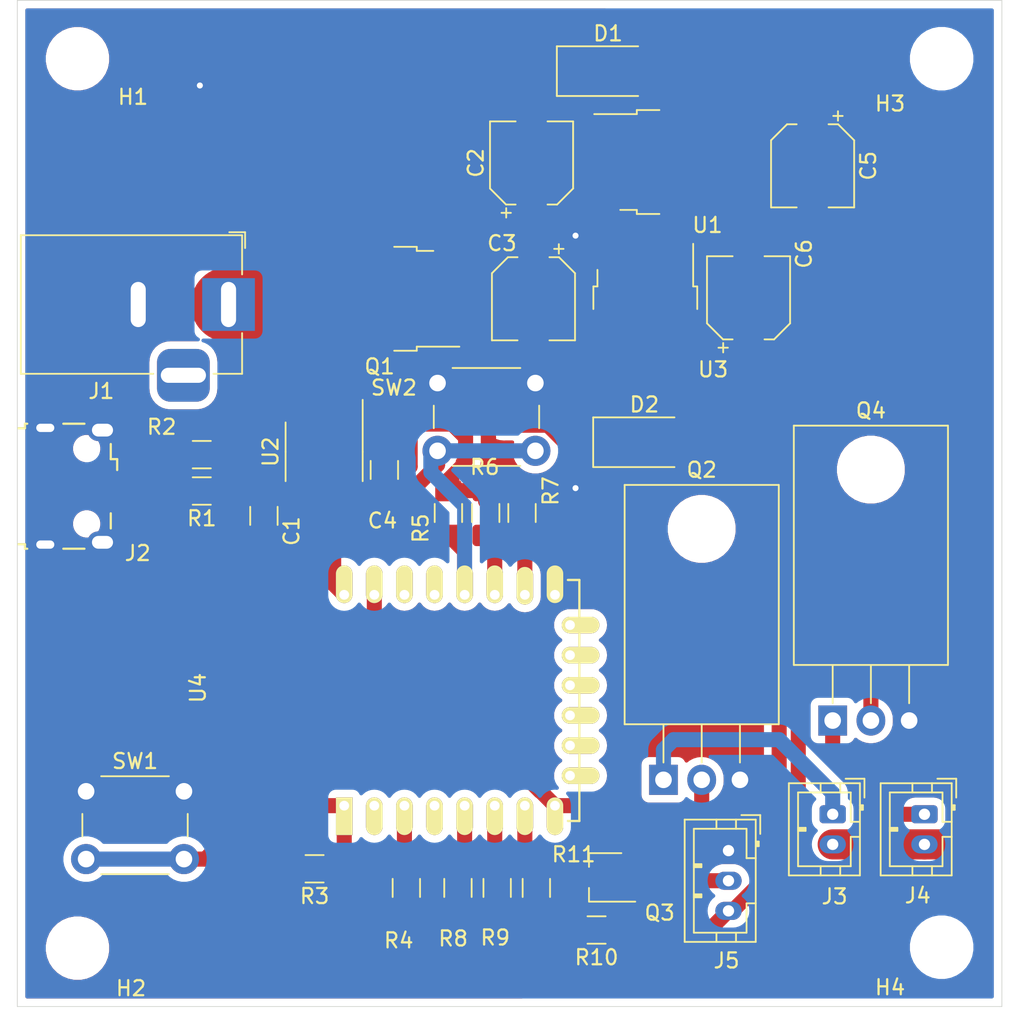
<source format=kicad_pcb>
(kicad_pcb (version 20171130) (host pcbnew "(5.1.5)-3")
  (layers (0 F.Cu signal) (31 B.Cu signal) (34 B.Paste user) (35 F.Paste user) (36 B.SilkS user) (37 F.SilkS user) (38 B.Mask user) (39 F.Mask user) (44 Edge.Cuts user))
  (net 0 "")
  (net 1 GND)
  (net 2 +3V3)
  (net 3 +24V)
  (net 4 +5V)
  (net 5 "Net-(J1-Pad1)")
  (net 6 "Net-(J2-Pad2)")
  (net 7 "Net-(J2-Pad3)")
  (net 8 "Net-(J3-Pad1)")
  (net 9 "Net-(J4-Pad1)")
  (net 10 "Net-(J5-Pad2)")
  (net 11 /RGB)
  (net 12 "Net-(R1-Pad1)")
  (net 13 "Net-(R2-Pad1)")
  (net 14 "Net-(R3-Pad1)")
  (net 15 "Net-(R4-Pad1)")
  (net 16 "Net-(R5-Pad2)")
  (net 17 "Net-(R6-Pad2)")
  (net 18 "Net-(R7-Pad2)")
  (net 19 /Fan)
  (net 20 "Net-(Q2-Pad2)")
  (net 21 "Net-(Q4-Pad2)")
  (net 22 /White)
  (net 23 /TX)
  (net 24 /RX)
  (module MountingHole:MountingHole_3.2mm_M3 (layer F.Cu) (at 157.2895 136.525)
    (fp_text reference H4 (at -3.429 2.667) (layer F.SilkS))
    (fp_text value MountingHole)
    (pad 1 np_thru_hole circle (at 0 0) (size 3.2 3.2) (drill 3.2) (layers *.Cu *.Mask))
  )
  (module MountingHole:MountingHole_3.2mm_M3 (layer F.Cu) (at 157.2895 77.5335)
    (fp_text reference H3 (at -3.429 2.9845) (layer F.SilkS))
    (fp_text value MountingHole)
    (pad 1 np_thru_hole circle (at 0 0) (size 3.2 3.2) (drill 3.2) (layers *.Cu *.Mask))
  )
  (module MountingHole:MountingHole_3.2mm_M3 (layer F.Cu) (at 99.8855 136.5885)
    (fp_text reference H2 (at 3.556 2.667) (layer F.SilkS))
    (fp_text value MountingHole)
    (pad 1 np_thru_hole circle (at 0 0) (size 3.2 3.2) (drill 3.2) (layers *.Cu *.Mask))
  )
  (module MountingHole:MountingHole_3.2mm_M3 (layer F.Cu) (at 99.8855 77.5335)
    (fp_text reference H1 (at 3.683 2.54) (layer F.SilkS))
    (fp_text value MountingHole)
    (pad 1 np_thru_hole circle (at 0 0) (size 3.2 3.2) (drill 3.2) (layers *.Cu *.Mask))
  )
  (module Button_Switch_THT:SW_PUSH_6mm (layer F.Cu) (at 100.457 126.174)
    (fp_text reference SW1 (at 3.25 -2) (layer F.SilkS))
    (fp_text value SW_Push)
    (pad 1 thru_hole circle (at 6.5 0 90) (size 2 2) (drill 1.1) (layers *.Cu *.Mask) (net 1 GND))
    (pad 2 thru_hole circle (at 6.5 4.5 90) (size 2 2) (drill 1.1) (layers *.Cu *.Mask) (net 14 "Net-(R3-Pad1)"))
    (pad 1 thru_hole circle (at 0 0 90) (size 2 2) (drill 1.1) (layers *.Cu *.Mask) (net 1 GND))
    (pad 2 thru_hole circle (at 0 4.5 90) (size 2 2) (drill 1.1) (layers *.Cu *.Mask) (net 14 "Net-(R3-Pad1)"))
  )
  (module Diode_SMD:D_SMA (layer F.Cu) (at 137.541 102.997)
    (fp_text reference D2 (at 0 -2.5) (layer F.SilkS))
    (fp_text value 1N4002)
    (pad 2 smd rect (at 2 0) (size 2.5 1.8) (layers F.Cu F.Paste F.Mask) (net 2 +3V3))
    (pad 1 smd rect (at -2 0) (size 2.5 1.8) (layers F.Cu F.Paste F.Mask) (net 3 +24V))
  )
  (module Diode_SMD:D_SMA (layer F.Cu) (at 135.128 78.359)
    (fp_text reference D1 (at 0 -2.5) (layer F.SilkS))
    (fp_text value 1N4002)
    (pad 2 smd rect (at 2 0) (size 2.5 1.8) (layers F.Cu F.Paste F.Mask) (net 4 +5V))
    (pad 1 smd rect (at -2 0) (size 2.5 1.8) (layers F.Cu F.Paste F.Mask) (net 3 +24V))
  )
  (module Package_SO:SOIC-8_3.9x4.9mm_P1.27mm (layer F.Cu) (at 116.268 103.632 270)
    (fp_text reference U2 (at 0 3.5555 90) (layer F.SilkS))
    (fp_text value CH330N)
    (pad 1 smd roundrect (at -2.475 -1.905 270) (size 1.95 0.6) (layers F.Cu F.Paste F.Mask) (net 12 "Net-(R1-Pad1)"))
    (pad 2 smd roundrect (at -2.475 -0.635 270) (size 1.95 0.6) (layers F.Cu F.Paste F.Mask) (net 13 "Net-(R2-Pad1)"))
    (pad 3 smd roundrect (at -2.475 0.635 270) (size 1.95 0.6) (layers F.Cu F.Paste F.Mask) (net 1 GND))
    (pad 4 smd roundrect (at -2.475 1.905 270) (size 1.95 0.6) (layers F.Cu F.Paste F.Mask))
    (pad 5 smd roundrect (at 2.475 1.905 270) (size 1.95 0.6) (layers F.Cu F.Paste F.Mask) (net 2 +3V3))
    (pad 6 smd roundrect (at 2.475 0.635 270) (size 1.95 0.6) (layers F.Cu F.Paste F.Mask) (net 23 /TX))
    (pad 7 smd roundrect (at 2.475 -0.635 270) (size 1.95 0.6) (layers F.Cu F.Paste F.Mask) (net 24 /RX))
    (pad 8 smd roundrect (at 2.475 -1.905 270) (size 1.95 0.6) (layers F.Cu F.Paste F.Mask) (net 2 +3V3))
  )
  (module ESP:ESP-12E (layer F.Cu) (at 117.602 127.127 90)
    (fp_text reference U4 (at 7.8105 -9.7155 90) (layer F.SilkS))
    (fp_text value ESP-12E hide)
    (pad 1 thru_hole rect (at 0 0 90) (size 2.5 1.1) (drill 0.65 (offset -0.7 0)) (layers *.Cu *.Mask F.SilkS) (net 14 "Net-(R3-Pad1)"))
    (pad 2 thru_hole oval (at 0 2 90) (size 2.5 1.1) (drill 0.65 (offset -0.7 0)) (layers *.Cu *.Mask F.SilkS))
    (pad 3 thru_hole oval (at 0 4 90) (size 2.5 1.1) (drill 0.65 (offset -0.7 0)) (layers *.Cu *.Mask F.SilkS) (net 15 "Net-(R4-Pad1)"))
    (pad 4 thru_hole oval (at 0 6 90) (size 2.5 1.1) (drill 0.65 (offset -0.7 0)) (layers *.Cu *.Mask F.SilkS))
    (pad 5 thru_hole oval (at 0 8 90) (size 2.5 1.1) (drill 0.65 (offset -0.7 0)) (layers *.Cu *.Mask F.SilkS) (net 19 /Fan))
    (pad 6 thru_hole oval (at 0 10 90) (size 2.5 1.1) (drill 0.65 (offset -0.7 0)) (layers *.Cu *.Mask F.SilkS) (net 22 /White))
    (pad 7 thru_hole oval (at 0 12 90) (size 2.5 1.1) (drill 0.65 (offset -0.7 0)) (layers *.Cu *.Mask F.SilkS) (net 11 /RGB))
    (pad 8 thru_hole oval (at 0 14 90) (size 2.5 1.1) (drill 0.65 (offset -0.7 0)) (layers *.Cu *.Mask F.SilkS) (net 2 +3V3))
    (pad 9 thru_hole oval (at 14 14 90) (size 2.5 1.1) (drill 0.65 (offset 0.7 0)) (layers *.Cu *.Mask F.SilkS) (net 1 GND))
    (pad 10 thru_hole oval (at 14 12 90) (size 2.5 1.1) (drill 0.65 (offset 0.6 0)) (layers *.Cu *.Mask F.SilkS) (net 18 "Net-(R7-Pad2)"))
    (pad 11 thru_hole oval (at 14 10 90) (size 2.5 1.1) (drill 0.65 (offset 0.7 0)) (layers *.Cu *.Mask F.SilkS) (net 17 "Net-(R6-Pad2)"))
    (pad 12 thru_hole oval (at 14 8 90) (size 2.5 1.1) (drill 0.65 (offset 0.7 0)) (layers *.Cu *.Mask F.SilkS) (net 16 "Net-(R5-Pad2)"))
    (pad 13 thru_hole oval (at 14 6 90) (size 2.5 1.1) (drill 0.65 (offset 0.7 0)) (layers *.Cu *.Mask F.SilkS))
    (pad 14 thru_hole oval (at 14 4 90) (size 2.5 1.1) (drill 0.65 (offset 0.7 0)) (layers *.Cu *.Mask F.SilkS))
    (pad 15 thru_hole oval (at 14 2 90) (size 2.5 1.1) (drill 0.65 (offset 0.7 0)) (layers *.Cu *.Mask F.SilkS) (net 23 /TX))
    (pad 16 thru_hole oval (at 14 0 90) (size 2.5 1.1) (drill 0.65 (offset 0.7 0)) (layers *.Cu *.Mask F.SilkS) (net 24 /RX))
    (pad 17 thru_hole oval (at 1.99 15 180) (size 2.5 1.1) (drill 0.65 (offset -0.7 0)) (layers *.Cu *.Mask F.SilkS))
    (pad 18 thru_hole oval (at 3.99 15 180) (size 2.5 1.1) (drill 0.65 (offset -0.7 0)) (layers *.Cu *.Mask F.SilkS))
    (pad 19 thru_hole oval (at 5.99 15 180) (size 2.5 1.1) (drill 0.65 (offset -0.7 0)) (layers *.Cu *.Mask F.SilkS))
    (pad 20 thru_hole oval (at 7.99 15 180) (size 2.5 1.1) (drill 0.65 (offset -0.7 0)) (layers *.Cu *.Mask F.SilkS))
    (pad 21 thru_hole oval (at 9.99 15 180) (size 2.5 1.1) (drill 0.65 (offset -0.7 0)) (layers *.Cu *.Mask F.SilkS))
    (pad 22 thru_hole oval (at 11.99 15 180) (size 2.5 1.1) (drill 0.65 (offset -0.7 0)) (layers *.Cu *.Mask F.SilkS))
  )
  (module Package_TO_SOT_THT:TO-220-3_Horizontal_TabDown (layer F.Cu) (at 138.811 125.412)
    (fp_text reference Q2 (at 2.54 -20.58) (layer F.SilkS))
    (fp_text value FQP30N06L)
    (pad "" np_thru_hole oval (at 2.54 -16.66) (size 3.5 3.5) (drill 3.5) (layers *.Cu *.Mask))
    (pad 1 thru_hole rect (at 0 0) (size 1.905 2) (drill 1.1) (layers *.Cu *.Mask) (net 8 "Net-(J3-Pad1)"))
    (pad 2 thru_hole oval (at 2.54 0) (size 1.905 2) (drill 1.1) (layers *.Cu *.Mask) (net 20 "Net-(Q2-Pad2)"))
    (pad 3 thru_hole oval (at 5.08 0) (size 1.905 2) (drill 1.1) (layers *.Cu *.Mask) (net 1 GND))
  )
  (module Package_TO_SOT_THT:TO-220-3_Horizontal_TabDown (layer F.Cu) (at 150.05 121.4755)
    (fp_text reference Q4 (at 2.54 -20.58) (layer F.SilkS))
    (fp_text value FQP30N06L)
    (pad 3 thru_hole oval (at 5.08 0) (size 1.905 2) (drill 1.1) (layers *.Cu *.Mask) (net 1 GND))
    (pad 2 thru_hole oval (at 2.54 0) (size 1.905 2) (drill 1.1) (layers *.Cu *.Mask) (net 21 "Net-(Q4-Pad2)"))
    (pad 1 thru_hole rect (at 0 0) (size 1.905 2) (drill 1.1) (layers *.Cu *.Mask) (net 9 "Net-(J4-Pad1)"))
    (pad "" np_thru_hole oval (at 2.54 -16.66) (size 3.5 3.5) (drill 3.5) (layers *.Cu *.Mask))
  )
  (module Package_TO_SOT_SMD:SOT-23W_Handsoldering (layer F.Cu) (at 134.938 131.89 180)
    (fp_text reference Q3 (at -3.619 -2.349) (layer F.SilkS))
    (fp_text value BS170)
    (pad 3 smd rect (at 1.7 0 180) (size 2 0.7) (layers F.Cu F.Paste F.Mask) (net 11 /RGB))
    (pad 2 smd rect (at -1.7 0.95 180) (size 2 0.7) (layers F.Cu F.Paste F.Mask) (net 2 +3V3))
    (pad 1 smd rect (at -1.7 -0.95 180) (size 2 0.7) (layers F.Cu F.Paste F.Mask) (net 10 "Net-(J5-Pad2)"))
  )
  (module Capacitor_SMD:C_1206_3216Metric_Pad1.42x1.75mm_HandSolder (layer F.Cu) (at 112.268 107.886 270)
    (fp_text reference C1 (at 1.0165 -1.8415 90) (layer F.SilkS))
    (fp_text value "C 100nF")
    (pad 2 smd roundrect (at 1.4875 0 270) (size 1.425 1.75) (layers F.Cu F.Paste F.Mask) (roundrect_rratio 0.175439) (net 1 GND))
    (pad 1 smd roundrect (at -1.4875 0 270) (size 1.425 1.75) (layers F.Cu F.Paste F.Mask) (roundrect_rratio 0.175439) (net 2 +3V3))
  )
  (module Capacitor_SMD:CP_Elec_5x5.4 (layer F.Cu) (at 130.048 84.455 90)
    (fp_text reference C2 (at 0 -3.7 90) (layer F.SilkS))
    (fp_text value "C 10uF")
    (pad 2 smd roundrect (at 2.2 0 90) (size 3 1.6) (layers F.Cu F.Paste F.Mask) (roundrect_rratio 0.15625) (net 1 GND))
    (pad 1 smd roundrect (at -2.2 0 90) (size 3 1.6) (layers F.Cu F.Paste F.Mask) (roundrect_rratio 0.15625) (net 3 +24V))
  )
  (module Capacitor_SMD:CP_Elec_5x5.4 (layer F.Cu) (at 130.175 93.472 270)
    (fp_text reference C3 (at -3.683 2.0955 180) (layer F.SilkS))
    (fp_text value "C 10uF")
    (pad 2 smd roundrect (at 2.2 0 270) (size 3 1.6) (layers F.Cu F.Paste F.Mask) (roundrect_rratio 0.15625) (net 1 GND))
    (pad 1 smd roundrect (at -2.2 0 270) (size 3 1.6) (layers F.Cu F.Paste F.Mask) (roundrect_rratio 0.15625) (net 3 +24V))
  )
  (module Capacitor_SMD:C_1206_3216Metric_Pad1.42x1.75mm_HandSolder (layer F.Cu) (at 120.269 104.838 90)
    (fp_text reference C4 (at -3.366 -0.127 180) (layer F.SilkS))
    (fp_text value "C 100nF")
    (pad 1 smd roundrect (at -1.4875 0 90) (size 1.425 1.75) (layers F.Cu F.Paste F.Mask) (roundrect_rratio 0.175439) (net 2 +3V3))
    (pad 2 smd roundrect (at 1.4875 0 90) (size 1.425 1.75) (layers F.Cu F.Paste F.Mask) (roundrect_rratio 0.175439) (net 1 GND))
  )
  (module Capacitor_SMD:CP_Elec_5x5.4 (layer F.Cu) (at 148.717 84.6455 270)
    (fp_text reference C5 (at 0 -3.7 90) (layer F.SilkS))
    (fp_text value "C 10uF")
    (pad 1 smd roundrect (at -2.2 0 270) (size 3 1.6) (layers F.Cu F.Paste F.Mask) (roundrect_rratio 0.15625) (net 4 +5V))
    (pad 2 smd roundrect (at 2.2 0 270) (size 3 1.6) (layers F.Cu F.Paste F.Mask) (roundrect_rratio 0.15625) (net 1 GND))
  )
  (module Capacitor_SMD:CP_Elec_5x5.4 (layer F.Cu) (at 144.462 93.4085 90)
    (fp_text reference C6 (at 2.921 3.6835 90) (layer F.SilkS))
    (fp_text value "C 10uF")
    (pad 1 smd roundrect (at -2.2 0 90) (size 3 1.6) (layers F.Cu F.Paste F.Mask) (roundrect_rratio 0.15625) (net 2 +3V3))
    (pad 2 smd roundrect (at 2.2 0 90) (size 3 1.6) (layers F.Cu F.Paste F.Mask) (roundrect_rratio 0.15625) (net 1 GND))
  )
  (module Connector_BarrelJack:BarrelJack_Horizontal (layer F.Cu) (at 109.9185 93.853)
    (fp_text reference J1 (at -8.45 5.75) (layer F.SilkS))
    (fp_text value Barrel_Jack_MountingPin)
    (pad 1 thru_hole rect (at 0 0) (size 3.5 3.5) (drill oval 1 3) (layers *.Cu *.Mask) (net 5 "Net-(J1-Pad1)"))
    (pad 2 thru_hole roundrect (at -6 0) (size 3 3.5) (drill oval 1 3) (layers *.Cu *.Mask) (net 1 GND))
    (pad 3 thru_hole roundrect (at -3 4.7) (size 3.5 3.5) (drill oval 3 1) (layers *.Cu *.Mask))
  )
  (module Connector_USB:USB_Micro-B_Wuerth_629105150521 (layer F.Cu) (at 99.695 105.918 270)
    (fp_text reference J2 (at 4.445 -4.191 180) (layer F.SilkS))
    (fp_text value USB_B_Micro)
    (pad 1 smd rect (at -1.3 -1.9 270) (size 0.45 1.3) (layers F.Cu F.Paste F.Mask))
    (pad 2 smd rect (at -0.65 -1.9 270) (size 0.45 1.3) (layers F.Cu F.Paste F.Mask) (net 6 "Net-(J2-Pad2)"))
    (pad 3 smd rect (at 0 -1.9 270) (size 0.45 1.3) (layers F.Cu F.Paste F.Mask) (net 7 "Net-(J2-Pad3)"))
    (pad 4 smd rect (at 0.65 -1.9 270) (size 0.45 1.3) (layers F.Cu F.Paste F.Mask))
    (pad 5 smd rect (at 1.3 -1.9 270) (size 0.45 1.3) (layers F.Cu F.Paste F.Mask) (net 1 GND))
    (pad 6 thru_hole oval (at -3.725 -1.85 270) (size 1.45 2) (drill oval 0.85 1.4) (layers *.Cu *.Mask) (net 1 GND))
    (pad 6 thru_hole oval (at 3.725 -1.85 270) (size 1.45 2) (drill oval 0.85 1.4) (layers *.Cu *.Mask) (net 1 GND))
    (pad 6 thru_hole oval (at -3.875 1.95 270) (size 1.15 1.8) (drill oval 0.55 1.2) (layers *.Cu *.Mask) (net 1 GND))
    (pad 6 thru_hole oval (at 3.875 1.95 270) (size 1.15 1.8) (drill oval 0.55 1.2) (layers *.Cu *.Mask) (net 1 GND))
    (pad "" np_thru_hole oval (at -2.5 -0.8 270) (size 0.8 0.8) (drill 0.8) (layers *.Cu *.Mask))
    (pad "" np_thru_hole oval (at 2.5 -0.8 270) (size 0.8 0.8) (drill 0.8) (layers *.Cu *.Mask))
  )
  (module Connector_JST:JST_PH_B2B-PH-K_1x02_P2.00mm_Vertical (layer F.Cu) (at 150.051 127.6985 270)
    (fp_text reference J3 (at 5.461 -0.1265 180) (layer F.SilkS))
    (fp_text value Conn_01x02_Male)
    (pad 2 thru_hole oval (at 2 0 270) (size 1.2 1.75) (drill 0.75) (layers *.Cu *.Mask) (net 3 +24V))
    (pad 1 thru_hole roundrect (at 0 0 270) (size 1.2 1.75) (drill 0.75) (layers *.Cu *.Mask) (roundrect_rratio 0.208333) (net 8 "Net-(J3-Pad1)"))
  )
  (module Connector_JST:JST_PH_B2B-PH-K_1x02_P2.00mm_Vertical (layer F.Cu) (at 156.147 127.6985 270)
    (fp_text reference J4 (at 5.3975 0.445 180) (layer F.SilkS))
    (fp_text value Conn_01x02_Male)
    (pad 1 thru_hole roundrect (at 0 0 270) (size 1.2 1.75) (drill 0.75) (layers *.Cu *.Mask) (roundrect_rratio 0.208333) (net 9 "Net-(J4-Pad1)"))
    (pad 2 thru_hole oval (at 2 0 270) (size 1.2 1.75) (drill 0.75) (layers *.Cu *.Mask) (net 3 +24V))
  )
  (module Connector_JST:JST_PH_B3B-PH-K_1x03_P2.00mm_Vertical (layer F.Cu) (at 143.129 130.112 270)
    (fp_text reference J5 (at 7.302 0.127 180) (layer F.SilkS))
    (fp_text value Conn_01x03_Male)
    (pad 1 thru_hole roundrect (at 0 0 270) (size 1.2 1.75) (drill 0.75) (layers *.Cu *.Mask) (roundrect_rratio 0.208333) (net 1 GND))
    (pad 2 thru_hole oval (at 2 0 270) (size 1.2 1.75) (drill 0.75) (layers *.Cu *.Mask) (net 10 "Net-(J5-Pad2)"))
    (pad 3 thru_hole oval (at 4 0 270) (size 1.2 1.75) (drill 0.75) (layers *.Cu *.Mask) (net 4 +5V))
  )
  (module Package_TO_SOT_SMD:TO-252-2 (layer F.Cu) (at 119.952 93.472 180)
    (fp_text reference Q1 (at 0 -4.5) (layer F.SilkS))
    (fp_text value FQP47P06)
    (pad 1 smd rect (at -4.2 -2.28 180) (size 2.2 1.2) (layers F.Cu F.Paste F.Mask) (net 1 GND))
    (pad 3 smd rect (at -4.2 2.28 180) (size 2.2 1.2) (layers F.Cu F.Paste F.Mask) (net 3 +24V))
    (pad 2 smd rect (at 2.1 0 180) (size 6.4 5.8) (layers F.Cu F.Mask) (net 5 "Net-(J1-Pad1)"))
  )
  (module Resistor_SMD:R_1206_3216Metric_Pad1.42x1.75mm_HandSolder (layer F.Cu) (at 108.14 106.236 180)
    (fp_text reference R1 (at 0 -1.82) (layer F.SilkS))
    (fp_text value "R 22")
    (pad 2 smd roundrect (at 1.4875 0 180) (size 1.425 1.75) (layers F.Cu F.Paste F.Mask) (roundrect_rratio 0.175439) (net 7 "Net-(J2-Pad3)"))
    (pad 1 smd roundrect (at -1.4875 0 180) (size 1.425 1.75) (layers F.Cu F.Paste F.Mask) (roundrect_rratio 0.175439) (net 12 "Net-(R1-Pad1)"))
  )
  (module Resistor_SMD:R_1206_3216Metric_Pad1.42x1.75mm_HandSolder (layer F.Cu) (at 108.14 103.822 180)
    (fp_text reference R2 (at 2.6665 1.841) (layer F.SilkS))
    (fp_text value "R 22")
    (pad 1 smd roundrect (at -1.4875 0 180) (size 1.425 1.75) (layers F.Cu F.Paste F.Mask) (roundrect_rratio 0.175439) (net 13 "Net-(R2-Pad1)"))
    (pad 2 smd roundrect (at 1.4875 0 180) (size 1.425 1.75) (layers F.Cu F.Paste F.Mask) (roundrect_rratio 0.175439) (net 6 "Net-(J2-Pad2)"))
  )
  (module Resistor_SMD:R_1206_3216Metric_Pad1.42x1.75mm_HandSolder (layer F.Cu) (at 115.634 131.318 180)
    (fp_text reference R3 (at 0 -1.82) (layer F.SilkS))
    (fp_text value "R 10K")
    (pad 1 smd roundrect (at -1.4875 0 180) (size 1.425 1.75) (layers F.Cu F.Paste F.Mask) (roundrect_rratio 0.175439) (net 14 "Net-(R3-Pad1)"))
    (pad 2 smd roundrect (at 1.4875 0 180) (size 1.425 1.75) (layers F.Cu F.Paste F.Mask) (roundrect_rratio 0.175439) (net 2 +3V3))
  )
  (module Resistor_SMD:R_1206_3216Metric_Pad1.42x1.75mm_HandSolder (layer F.Cu) (at 121.73 132.588 270)
    (fp_text reference R4 (at 3.4925 0.5085 180) (layer F.SilkS))
    (fp_text value "R 10K")
    (pad 1 smd roundrect (at -1.4875 0 270) (size 1.425 1.75) (layers F.Cu F.Paste F.Mask) (roundrect_rratio 0.175439) (net 15 "Net-(R4-Pad1)"))
    (pad 2 smd roundrect (at 1.4875 0 270) (size 1.425 1.75) (layers F.Cu F.Paste F.Mask) (roundrect_rratio 0.175439) (net 2 +3V3))
  )
  (module Resistor_SMD:R_1206_3216Metric_Pad1.42x1.75mm_HandSolder (layer F.Cu) (at 124.524 107.696 270)
    (fp_text reference R5 (at 1.016 1.842 90) (layer F.SilkS))
    (fp_text value "R 10K")
    (pad 2 smd roundrect (at 1.4875 0 270) (size 1.425 1.75) (layers F.Cu F.Paste F.Mask) (roundrect_rratio 0.175439) (net 16 "Net-(R5-Pad2)"))
    (pad 1 smd roundrect (at -1.4875 0 270) (size 1.425 1.75) (layers F.Cu F.Paste F.Mask) (roundrect_rratio 0.175439) (net 2 +3V3))
  )
  (module Resistor_SMD:R_1206_3216Metric_Pad1.42x1.75mm_HandSolder (layer F.Cu) (at 127 107.696 270)
    (fp_text reference R6 (at -3.048 0.0635 180) (layer F.SilkS))
    (fp_text value "R 10K")
    (pad 1 smd roundrect (at -1.4875 0 270) (size 1.425 1.75) (layers F.Cu F.Paste F.Mask) (roundrect_rratio 0.175439) (net 2 +3V3))
    (pad 2 smd roundrect (at 1.4875 0 270) (size 1.425 1.75) (layers F.Cu F.Paste F.Mask) (roundrect_rratio 0.175439) (net 17 "Net-(R6-Pad2)"))
  )
  (module Resistor_SMD:R_1206_3216Metric_Pad1.42x1.75mm_HandSolder (layer F.Cu) (at 129.413 107.696 270)
    (fp_text reference R7 (at -1.4605 -1.905 90) (layer F.SilkS))
    (fp_text value "R 10K")
    (pad 2 smd roundrect (at 1.4875 0 270) (size 1.425 1.75) (layers F.Cu F.Paste F.Mask) (roundrect_rratio 0.175439) (net 18 "Net-(R7-Pad2)"))
    (pad 1 smd roundrect (at -1.4875 0 270) (size 1.425 1.75) (layers F.Cu F.Paste F.Mask) (roundrect_rratio 0.175439) (net 1 GND))
  )
  (module Resistor_SMD:R_1206_3216Metric_Pad1.42x1.75mm_HandSolder (layer F.Cu) (at 125.158 132.588 90)
    (fp_text reference R8 (at -3.3655 -0.317 180) (layer F.SilkS))
    (fp_text value R)
    (pad 2 smd roundrect (at 1.4875 0 90) (size 1.425 1.75) (layers F.Cu F.Paste F.Mask) (roundrect_rratio 0.175439) (net 19 /Fan))
    (pad 1 smd roundrect (at -1.4875 0 90) (size 1.425 1.75) (layers F.Cu F.Paste F.Mask) (roundrect_rratio 0.175439) (net 20 "Net-(Q2-Pad2)"))
  )
  (module Resistor_SMD:R_1206_3216Metric_Pad1.42x1.75mm_HandSolder (layer F.Cu) (at 127.762 132.588 90)
    (fp_text reference R9 (at -3.302 -0.127 180) (layer F.SilkS))
    (fp_text value R)
    (pad 1 smd roundrect (at -1.4875 0 90) (size 1.425 1.75) (layers F.Cu F.Paste F.Mask) (roundrect_rratio 0.175439) (net 21 "Net-(Q4-Pad2)"))
    (pad 2 smd roundrect (at 1.4875 0 90) (size 1.425 1.75) (layers F.Cu F.Paste F.Mask) (roundrect_rratio 0.175439) (net 22 /White))
  )
  (module Resistor_SMD:R_1206_3216Metric_Pad1.42x1.75mm_HandSolder (layer F.Cu) (at 134.366 135.382 180)
    (fp_text reference R10 (at 0 -1.82) (layer F.SilkS))
    (fp_text value "R 4.7K")
    (pad 2 smd roundrect (at 1.4875 0 180) (size 1.425 1.75) (layers F.Cu F.Paste F.Mask) (roundrect_rratio 0.175439) (net 4 +5V))
    (pad 1 smd roundrect (at -1.4875 0 180) (size 1.425 1.75) (layers F.Cu F.Paste F.Mask) (roundrect_rratio 0.175439) (net 10 "Net-(J5-Pad2)"))
  )
  (module Resistor_SMD:R_1206_3216Metric_Pad1.42x1.75mm_HandSolder (layer F.Cu) (at 130.366 132.588 270)
    (fp_text reference R11 (at -2.2225 -2.476 180) (layer F.SilkS))
    (fp_text value "R 4.7K")
    (pad 1 smd roundrect (at -1.4875 0 270) (size 1.425 1.75) (layers F.Cu F.Paste F.Mask) (roundrect_rratio 0.175439) (net 11 /RGB))
    (pad 2 smd roundrect (at 1.4875 0 270) (size 1.425 1.75) (layers F.Cu F.Paste F.Mask) (roundrect_rratio 0.175439) (net 2 +3V3))
  )
  (module Button_Switch_THT:SW_PUSH_6mm (layer F.Cu) (at 130.302 103.568 180)
    (fp_text reference SW2 (at 9.3985 4.1905) (layer F.SilkS))
    (fp_text value SW_Push)
    (pad 2 thru_hole circle (at 0 4.5 270) (size 2 2) (drill 1.1) (layers *.Cu *.Mask) (net 1 GND))
    (pad 1 thru_hole circle (at 0 0 270) (size 2 2) (drill 1.1) (layers *.Cu *.Mask) (net 16 "Net-(R5-Pad2)"))
    (pad 2 thru_hole circle (at 6.5 4.5 270) (size 2 2) (drill 1.1) (layers *.Cu *.Mask) (net 1 GND))
    (pad 1 thru_hole circle (at 6.5 0 270) (size 2 2) (drill 1.1) (layers *.Cu *.Mask) (net 16 "Net-(R5-Pad2)"))
  )
  (module Package_TO_SOT_SMD:TO-252-3_TabPin2 (layer F.Cu) (at 139.51 84.3915)
    (fp_text reference U1 (at 2.222 4.191) (layer F.SilkS))
    (fp_text value IFX27001TFV50ATMA1)
    (pad 2 smd rect (at 2.1 0) (size 6.4 5.8) (layers F.Cu F.Mask) (net 4 +5V))
    (pad 3 smd rect (at -4.2 2.28) (size 2.2 1.2) (layers F.Cu F.Paste F.Mask) (net 3 +24V))
    (pad 2 smd rect (at -4.2 0) (size 2.2 1.2) (layers F.Cu F.Paste F.Mask) (net 4 +5V))
    (pad 1 smd rect (at -4.2 -2.28) (size 2.2 1.2) (layers F.Cu F.Paste F.Mask) (net 1 GND))
  )
  (module Package_TO_SOT_SMD:TO-252-3_TabPin2 (layer F.Cu) (at 137.604 95.123 270)
    (fp_text reference U3 (at 3.048 -4.5 180) (layer F.SilkS))
    (fp_text value IFX27001TFV33ATMA1)
    (pad 1 smd rect (at -4.2 -2.28 270) (size 2.2 1.2) (layers F.Cu F.Paste F.Mask) (net 1 GND))
    (pad 2 smd rect (at -4.2 0 270) (size 2.2 1.2) (layers F.Cu F.Paste F.Mask) (net 2 +3V3))
    (pad 3 smd rect (at -4.2 2.28 270) (size 2.2 1.2) (layers F.Cu F.Paste F.Mask) (net 3 +24V))
    (pad 2 smd rect (at 2.1 0 270) (size 6.4 5.8) (layers F.Cu F.Mask) (net 2 +3V3))
  )
  (gr_line (start 95.885 140.462) (end 95.885 73.66) (layer Edge.Cuts) (width 0.05))
  (gr_line (start 161.29 140.462) (end 95.885 140.462) (layer Edge.Cuts) (width 0.05))
  (gr_line (start 161.29 73.66) (end 161.29 140.462) (layer Edge.Cuts) (width 0.05))
  (gr_line (start 95.885 73.66) (end 161.29 73.66) (layer Edge.Cuts) (width 0.05))
  (via (at 108.0135 79.3115) (size 0.8) (drill 0.4) (layers F.Cu B.Cu) (net 1))
  (via (at 132.969 89.281) (size 0.8) (drill 0.4) (layers F.Cu B.Cu) (net 1))
  (segment (start 102.6745 109.593) (end 102.6745 107.493001) (width 1) (layer F.Cu) (net 1))
  (segment (start 102.6245 109.643) (end 102.6745 109.593) (width 1) (layer F.Cu) (net 1))
  (segment (start 131.47501 92.832668) (end 129.858 94.449678) (width 0.6) (layer F.Cu) (net 1))
  (segment (start 131.47501 92.17199) (end 131.47501 92.832668) (width 0.6) (layer F.Cu) (net 1))
  (segment (start 132.569001 91.077999) (end 131.47501 92.17199) (width 0.6) (layer F.Cu) (net 1))
  (segment (start 132.569001 89.680999) (end 132.569001 91.077999) (width 0.6) (layer F.Cu) (net 1))
  (segment (start 132.969 89.281) (end 132.569001 89.680999) (width 0.6) (layer F.Cu) (net 1))
  (segment (start 115.633 101.157) (end 115.633 101.7265) (width 0.75) (layer F.Cu) (net 1))
  (segment (start 115.633 101.7265) (end 115.6335 101.727) (width 0.75) (layer F.Cu) (net 1))
  (segment (start 119.648 103.3505) (end 120.523 103.3505) (width 0.75) (layer F.Cu) (net 1))
  (segment (start 119.10449 102.80699) (end 119.648 103.3505) (width 0.75) (layer F.Cu) (net 1))
  (segment (start 116.552668 102.80699) (end 119.10449 102.80699) (width 0.75) (layer F.Cu) (net 1))
  (segment (start 115.6335 101.887822) (end 116.552668 102.80699) (width 0.75) (layer F.Cu) (net 1))
  (segment (start 115.6335 101.727) (end 115.6335 101.887822) (width 0.75) (layer F.Cu) (net 1))
  (segment (start 101.6335 107.218) (end 101.658499 107.193001) (width 0.4) (layer F.Cu) (net 1))
  (segment (start 101.595 107.218) (end 101.6335 107.218) (width 0.4) (layer F.Cu) (net 1))
  (segment (start 102.565001 107.193001) (end 102.6745 107.3025) (width 0.4) (layer F.Cu) (net 1))
  (segment (start 102.6745 107.3025) (end 102.6745 107.493001) (width 0.4) (layer F.Cu) (net 1))
  (segment (start 101.658499 107.193001) (end 102.565001 107.193001) (width 0.4) (layer F.Cu) (net 1))
  (segment (start 106.957 126.174) (end 100.457 126.174) (width 1) (layer B.Cu) (net 1))
  (segment (start 123.358 99.068) (end 129.858 99.068) (width 1) (layer B.Cu) (net 1))
  (via (at 132.969 106.045) (size 0.8) (drill 0.4) (layers F.Cu B.Cu) (net 1))
  (segment (start 124.801999 100.067999) (end 124.801999 100.168899) (width 0.75) (layer F.Cu) (net 1))
  (segment (start 123.802 99.068) (end 124.801999 100.067999) (width 0.75) (layer F.Cu) (net 1))
  (segment (start 124.801999 100.168899) (end 127.3175 102.6844) (width 0.75) (layer F.Cu) (net 1))
  (segment (start 127.3175 102.6844) (end 127.3175 103.759) (width 0.75) (layer F.Cu) (net 1))
  (segment (start 127.3175 103.759) (end 128.3335 104.775) (width 0.75) (layer F.Cu) (net 1))
  (segment (start 129.413 105.496) (end 129.413 106.2085) (width 0.75) (layer F.Cu) (net 1))
  (segment (start 128.692 104.775) (end 129.413 105.496) (width 0.75) (layer F.Cu) (net 1))
  (segment (start 128.3335 104.775) (end 128.692 104.775) (width 0.75) (layer F.Cu) (net 1))
  (segment (start 130.175 98.941) (end 130.302 99.068) (width 1) (layer F.Cu) (net 1))
  (segment (start 130.175 95.672) (end 130.175 98.941) (width 1) (layer F.Cu) (net 1))
  (segment (start 114.0715 106.3985) (end 114.363 106.107) (width 0.5) (layer F.Cu) (net 2))
  (segment (start 124.407 106.3255) (end 124.524 106.2085) (width 0.5) (layer F.Cu) (net 2))
  (segment (start 130.6195 126.1445) (end 131.602 127.127) (width 1) (layer F.Cu) (net 2))
  (segment (start 133.675 127.127) (end 136.638 130.09) (width 1) (layer F.Cu) (net 2))
  (segment (start 131.602 127.127) (end 133.675 127.127) (width 1) (layer F.Cu) (net 2))
  (segment (start 121.73 133.363) (end 121.73 134.0755) (width 1) (layer F.Cu) (net 2))
  (segment (start 130.366 133.753492) (end 128.925488 132.31298) (width 0.5) (layer F.Cu) (net 2))
  (segment (start 130.366 134.0755) (end 130.366 133.753492) (width 0.5) (layer F.Cu) (net 2))
  (segment (start 120.855 134.0755) (end 120.828 134.0485) (width 0.5) (layer F.Cu) (net 2))
  (segment (start 121.73 134.0755) (end 120.855 134.0755) (width 1) (layer F.Cu) (net 2))
  (segment (start 114.1465 132.193) (end 114.1465 131.318) (width 1) (layer F.Cu) (net 2))
  (segment (start 116.002 134.0485) (end 114.1465 132.193) (width 1) (layer F.Cu) (net 2))
  (segment (start 120.828 134.0485) (end 116.002 134.0485) (width 1) (layer F.Cu) (net 2))
  (segment (start 113.434 131.318) (end 111.8465 132.9055) (width 1) (layer F.Cu) (net 2))
  (segment (start 114.1465 131.318) (end 113.434 131.318) (width 1) (layer F.Cu) (net 2))
  (segment (start 111.8465 132.9055) (end 99.441 132.9055) (width 1) (layer F.Cu) (net 2))
  (segment (start 99.441 132.9055) (end 98.3615 131.826) (width 1) (layer F.Cu) (net 2))
  (segment (start 98.3615 131.826) (end 98.3615 129.0955) (width 1) (layer F.Cu) (net 2))
  (segment (start 98.3615 129.0955) (end 99.06 128.397) (width 1) (layer F.Cu) (net 2))
  (segment (start 99.06 128.397) (end 107.2515 128.397) (width 1) (layer F.Cu) (net 2))
  (segment (start 107.2515 128.397) (end 110.617 125.0315) (width 1) (layer F.Cu) (net 2))
  (segment (start 129.4765 125.0315) (end 130.6195 126.1745) (width 1) (layer F.Cu) (net 2))
  (segment (start 130.6195 126.1745) (end 130.6195 126.1445) (width 0.5) (layer F.Cu) (net 2))
  (segment (start 137.604 90.923) (end 137.604 97.223) (width 2) (layer F.Cu) (net 2))
  (segment (start 139.2185 95.6085) (end 137.604 97.223) (width 2) (layer F.Cu) (net 2))
  (segment (start 144.462 95.6085) (end 139.2185 95.6085) (width 2) (layer F.Cu) (net 2))
  (segment (start 137.604 97.223) (end 138.498 97.223) (width 2) (layer F.Cu) (net 2))
  (segment (start 139.541 98.266) (end 139.541 102.997) (width 2) (layer F.Cu) (net 2))
  (segment (start 138.498 97.223) (end 139.541 98.266) (width 2) (layer F.Cu) (net 2))
  (segment (start 127 106.2085) (end 127 106.921) (width 1) (layer F.Cu) (net 2))
  (segment (start 127 106.921) (end 127.70001 107.62101) (width 1) (layer F.Cu) (net 2))
  (segment (start 127 106.2085) (end 124.524 106.2085) (width 1) (layer F.Cu) (net 2))
  (segment (start 127.70001 107.62101) (end 131.8895 107.6325) (width 1) (layer F.Cu) (net 2))
  (segment (start 112.5595 106.107) (end 112.268 106.3985) (width 1) (layer F.Cu) (net 2))
  (segment (start 114.363 106.107) (end 112.5595 106.107) (width 1) (layer F.Cu) (net 2))
  (segment (start 118.3915 106.3255) (end 118.173 106.107) (width 1) (layer F.Cu) (net 2))
  (segment (start 120.523 106.3255) (end 118.3915 106.3255) (width 1) (layer F.Cu) (net 2))
  (segment (start 118.173 104.076) (end 118.173 106.107) (width 1) (layer F.Cu) (net 2))
  (segment (start 114.363 105.199902) (end 114.3635 105.199402) (width 1) (layer F.Cu) (net 2))
  (segment (start 118.0465 103.9495) (end 118.173 104.076) (width 1) (layer F.Cu) (net 2))
  (segment (start 114.363 106.107) (end 114.363 105.199902) (width 1) (layer F.Cu) (net 2))
  (segment (start 114.3635 104.521) (end 114.935 103.9495) (width 1) (layer F.Cu) (net 2))
  (segment (start 114.3635 105.199402) (end 114.3635 104.521) (width 1) (layer F.Cu) (net 2))
  (segment (start 114.935 103.9495) (end 118.0465 103.9495) (width 1) (layer F.Cu) (net 2))
  (segment (start 121.73 133.363) (end 122.3145 132.7785) (width 1) (layer F.Cu) (net 2))
  (segment (start 122.3145 132.7785) (end 123.444 132.7785) (width 1) (layer F.Cu) (net 2))
  (segment (start 123.90952 132.31298) (end 123.444 132.7785) (width 0.5) (layer F.Cu) (net 2))
  (segment (start 128.925488 132.31298) (end 123.90952 132.31298) (width 0.5) (layer F.Cu) (net 2))
  (segment (start 139.536 104.902) (end 139.541 104.897) (width 1) (layer F.Cu) (net 2))
  (segment (start 139.541 104.897) (end 139.541 102.997) (width 1) (layer F.Cu) (net 2))
  (segment (start 121.9835 104.611) (end 120.269 106.3255) (width 1) (layer F.Cu) (net 2))
  (segment (start 124.524 106.2085) (end 124.524 105.496) (width 1) (layer F.Cu) (net 2))
  (segment (start 114.3 124.841) (end 114.1095 125.0315) (width 1) (layer F.Cu) (net 2))
  (segment (start 110.617 125.0315) (end 114.1095 125.0315) (width 1) (layer F.Cu) (net 2))
  (segment (start 114.3 108.0135) (end 114.3 124.841) (width 1) (layer F.Cu) (net 2))
  (segment (start 114.363 106.107) (end 114.363 107.9505) (width 1) (layer F.Cu) (net 2))
  (segment (start 114.1095 125.0315) (end 129.4765 125.0315) (width 1) (layer F.Cu) (net 2))
  (segment (start 114.363 107.9505) (end 114.3 108.0135) (width 1) (layer F.Cu) (net 2))
  (segment (start 139.541 104.897) (end 139.541 105.3785) (width 1) (layer F.Cu) (net 2))
  (segment (start 137.287 107.6325) (end 131.8895 107.6325) (width 1) (layer F.Cu) (net 2))
  (segment (start 139.541 105.3785) (end 137.287 107.6325) (width 1) (layer F.Cu) (net 2))
  (segment (start 121.9835 104.611) (end 121.9835 102.489) (width 1) (layer F.Cu) (net 2))
  (segment (start 121.9835 102.489) (end 122.682 101.7905) (width 1) (layer F.Cu) (net 2))
  (segment (start 122.682 101.7905) (end 124.7775 101.7905) (width 1) (layer F.Cu) (net 2))
  (segment (start 124.7775 101.7905) (end 125.6665 102.6795) (width 1) (layer F.Cu) (net 2))
  (segment (start 125.6665 102.6795) (end 125.6665 104.2035) (width 1) (layer F.Cu) (net 2))
  (segment (start 125.502001 104.517999) (end 124.524 105.496) (width 1) (layer F.Cu) (net 2))
  (segment (start 125.502001 104.367999) (end 125.502001 104.517999) (width 1) (layer F.Cu) (net 2))
  (segment (start 125.6665 104.2035) (end 125.502001 104.367999) (width 1) (layer F.Cu) (net 2))
  (segment (start 136.638 130.09) (end 136.638 130.94) (width 1) (layer F.Cu) (net 2))
  (segment (start 135.31 90.909) (end 135.324 90.923) (width 2) (layer F.Cu) (net 3))
  (segment (start 135.31 86.6715) (end 135.31 90.909) (width 2) (layer F.Cu) (net 3))
  (segment (start 132.906 93.341) (end 132.906 102.934) (width 2) (layer F.Cu) (net 3))
  (segment (start 135.324 90.923) (end 132.906 93.341) (width 2) (layer F.Cu) (net 3))
  (segment (start 130.048 91.145) (end 130.175 91.272) (width 2) (layer F.Cu) (net 3))
  (segment (start 130.048 86.655) (end 130.048 91.145) (width 2) (layer F.Cu) (net 3))
  (segment (start 130.095 91.192) (end 130.175 91.272) (width 2) (layer F.Cu) (net 3))
  (segment (start 124.152 91.192) (end 130.095 91.192) (width 2) (layer F.Cu) (net 3))
  (segment (start 131.339999 101.367999) (end 128.228499 101.367999) (width 2) (layer F.Cu) (net 3))
  (segment (start 132.906 102.934) (end 131.339999 101.367999) (width 2) (layer F.Cu) (net 3))
  (segment (start 128.228499 101.367999) (end 127.0635 100.203) (width 2) (layer F.Cu) (net 3))
  (segment (start 127.0635 100.203) (end 127.0635 94.361) (width 2) (layer F.Cu) (net 3))
  (segment (start 127.0635 94.361) (end 125.9205 93.218) (width 2) (layer F.Cu) (net 3))
  (segment (start 124.152 91.192) (end 124.152 92.529) (width 2) (layer F.Cu) (net 3))
  (segment (start 124.841 93.218) (end 125.9205 93.218) (width 2) (layer F.Cu) (net 3))
  (segment (start 124.152 92.529) (end 124.841 93.218) (width 2) (layer F.Cu) (net 3))
  (segment (start 150.051 129.6985) (end 156.147 129.6985) (width 2) (layer F.Cu) (net 3))
  (segment (start 125.7935 85.344) (end 127.1045 86.655) (width 2) (layer F.Cu) (net 3))
  (segment (start 125.7935 80.5815) (end 125.7935 85.344) (width 2) (layer F.Cu) (net 3))
  (segment (start 127.1045 86.655) (end 130.048 86.655) (width 2) (layer F.Cu) (net 3))
  (segment (start 133.128 78.359) (end 128.016 78.359) (width 2) (layer F.Cu) (net 3))
  (segment (start 128.016 78.359) (end 125.7935 80.5815) (width 2) (layer F.Cu) (net 3))
  (segment (start 135.7315 75.7555) (end 133.128 78.359) (width 2) (layer F.Cu) (net 3))
  (segment (start 151.13 79.1845) (end 147.701 75.7555) (width 2) (layer F.Cu) (net 3))
  (segment (start 153.67 84.1375) (end 151.13 81.5975) (width 2) (layer F.Cu) (net 3))
  (segment (start 158.8135 128.8415) (end 158.8135 101.9175) (width 2) (layer F.Cu) (net 3))
  (segment (start 156.147 129.6985) (end 157.9565 129.6985) (width 2) (layer F.Cu) (net 3))
  (segment (start 151.13 81.5975) (end 151.13 79.1845) (width 2) (layer F.Cu) (net 3))
  (segment (start 157.9565 129.6985) (end 158.8135 128.8415) (width 2) (layer F.Cu) (net 3))
  (segment (start 158.8135 101.9175) (end 153.67 96.774) (width 2) (layer F.Cu) (net 3))
  (segment (start 147.701 75.7555) (end 135.7315 75.7555) (width 2) (layer F.Cu) (net 3))
  (segment (start 153.67 96.774) (end 153.67 84.1375) (width 2) (layer F.Cu) (net 3))
  (segment (start 135.478 102.934) (end 135.541 102.997) (width 2) (layer F.Cu) (net 3))
  (segment (start 132.906 102.934) (end 135.478 102.934) (width 2) (layer F.Cu) (net 3))
  (segment (start 140.4775 78.359) (end 141.61 79.4915) (width 2) (layer F.Cu) (net 4))
  (segment (start 141.61 79.4915) (end 141.61 84.3915) (width 2) (layer F.Cu) (net 4))
  (segment (start 137.128 78.359) (end 140.4775 78.359) (width 2) (layer F.Cu) (net 4))
  (segment (start 135.31 84.3915) (end 141.61 84.3915) (width 2) (layer F.Cu) (net 4))
  (segment (start 143.556 82.4455) (end 141.61 84.3915) (width 2) (layer F.Cu) (net 4))
  (segment (start 148.717 82.4455) (end 143.556 82.4455) (width 2) (layer F.Cu) (net 4))
  (segment (start 132.8785 136.257) (end 134.0355 137.414) (width 1) (layer F.Cu) (net 4))
  (segment (start 132.8785 135.382) (end 132.8785 136.257) (width 1) (layer F.Cu) (net 4))
  (segment (start 134.0355 137.414) (end 139.8905 137.414) (width 1) (layer F.Cu) (net 4))
  (segment (start 139.8905 137.414) (end 142.1765 135.128) (width 1) (layer F.Cu) (net 4))
  (segment (start 142.1765 135.0645) (end 143.129 134.112) (width 1) (layer F.Cu) (net 4))
  (segment (start 142.1765 135.128) (end 142.1765 135.0645) (width 1) (layer F.Cu) (net 4))
  (segment (start 143.404 134.112) (end 146.4945 131.0215) (width 1) (layer F.Cu) (net 4))
  (segment (start 146.4945 131.0215) (end 146.4945 103.251) (width 1) (layer F.Cu) (net 4))
  (segment (start 143.129 134.112) (end 143.404 134.112) (width 1) (layer F.Cu) (net 4))
  (segment (start 146.4945 103.251) (end 151.257 98.4885) (width 1) (layer F.Cu) (net 4))
  (segment (start 151.257 84.9855) (end 148.717 82.4455) (width 1) (layer F.Cu) (net 4))
  (segment (start 151.257 98.4885) (end 151.257 84.9855) (width 1) (layer F.Cu) (net 4))
  (segment (start 117.471 93.853) (end 117.852 93.472) (width 2) (layer F.Cu) (net 5))
  (segment (start 109.9185 93.853) (end 117.471 93.853) (width 5) (layer F.Cu) (net 5))
  (segment (start 103.998 105.268) (end 104.013 105.283) (width 0.4) (layer F.Cu) (net 6))
  (segment (start 103.998 105.268) (end 101.595 105.268) (width 0.4) (layer F.Cu) (net 6))
  (segment (start 104.519011 105.242989) (end 103.998 105.242989) (width 0.6) (layer F.Cu) (net 6))
  (segment (start 106.6525 103.822) (end 105.94 103.822) (width 0.6) (layer F.Cu) (net 6))
  (segment (start 105.94 103.822) (end 104.519011 105.242989) (width 0.6) (layer F.Cu) (net 6))
  (segment (start 106.3345 105.918) (end 106.6525 106.236) (width 0.25) (layer F.Cu) (net 7))
  (segment (start 103.910999 105.942999) (end 103.9495 105.9815) (width 0.4) (layer F.Cu) (net 7))
  (segment (start 103.910999 105.942999) (end 104.204 106.236) (width 0.4) (layer F.Cu) (net 7))
  (segment (start 102.235 105.918) (end 102.259999 105.942999) (width 0.4) (layer F.Cu) (net 7))
  (segment (start 102.259999 105.942999) (end 103.910999 105.942999) (width 0.4) (layer F.Cu) (net 7))
  (segment (start 101.595 105.918) (end 102.235 105.918) (width 0.4) (layer F.Cu) (net 7))
  (segment (start 104.204 106.236) (end 106.6525 106.236) (width 0.6) (layer F.Cu) (net 7))
  (segment (start 138.811 123.412) (end 139.4775 122.7455) (width 1) (layer B.Cu) (net 8))
  (segment (start 138.811 125.412) (end 138.811 123.412) (width 1) (layer B.Cu) (net 8))
  (segment (start 139.4775 122.7455) (end 146.4945 122.7455) (width 1) (layer B.Cu) (net 8))
  (segment (start 150.051 126.302) (end 150.051 127.6985) (width 1) (layer B.Cu) (net 8))
  (segment (start 146.4945 122.7455) (end 150.051 126.302) (width 1) (layer B.Cu) (net 8))
  (segment (start 150.05 121.4755) (end 150.05 123.4755) (width 1) (layer F.Cu) (net 9))
  (segment (start 154.273 127.6985) (end 156.147 127.6985) (width 1) (layer F.Cu) (net 9))
  (segment (start 150.05 123.4755) (end 154.273 127.6985) (width 1) (layer F.Cu) (net 9))
  (segment (start 136.638 133.7225) (end 136.638 132.95301) (width 1) (layer F.Cu) (net 10))
  (segment (start 135.8535 135.382) (end 135.8535 134.507) (width 1) (layer F.Cu) (net 10))
  (segment (start 135.8535 134.507) (end 136.638 133.7225) (width 1) (layer F.Cu) (net 10))
  (segment (start 141.192 132.112) (end 143.129 132.112) (width 1) (layer F.Cu) (net 10))
  (segment (start 135.8535 135.382) (end 137.922 135.382) (width 1) (layer F.Cu) (net 10))
  (segment (start 137.922 135.382) (end 141.192 132.112) (width 1) (layer F.Cu) (net 10))
  (segment (start 131.1555 131.89) (end 130.366 131.1005) (width 1) (layer F.Cu) (net 11))
  (segment (start 133.238 131.89) (end 131.1555 131.89) (width 1) (layer F.Cu) (net 11))
  (segment (start 129.602 130.3365) (end 130.366 131.1005) (width 1) (layer F.Cu) (net 11))
  (segment (start 129.602 127.127) (end 129.602 130.3365) (width 1) (layer F.Cu) (net 11))
  (segment (start 109.6275 106.236) (end 109.664 106.236) (width 0.6) (layer F.Cu) (net 12))
  (segment (start 118.173 101.157) (end 118.173 100.7115) (width 0.75) (layer F.Cu) (net 12))
  (segment (start 118.173 100.7115) (end 118.1735 100.711) (width 0.75) (layer F.Cu) (net 12))
  (segment (start 118.1735 100.711) (end 118.1735 98.7425) (width 0.75) (layer F.Cu) (net 12))
  (segment (start 118.1735 98.7425) (end 117.6655 98.2345) (width 0.75) (layer F.Cu) (net 12))
  (segment (start 117.6655 98.2345) (end 112.8395 98.2345) (width 0.75) (layer F.Cu) (net 12))
  (segment (start 112.8395 98.2345) (end 108.204 102.87) (width 0.75) (layer F.Cu) (net 12))
  (segment (start 108.915 106.236) (end 109.6275 106.236) (width 0.75) (layer F.Cu) (net 12))
  (segment (start 108.204 105.525) (end 108.915 106.236) (width 0.75) (layer F.Cu) (net 12))
  (segment (start 108.204 102.87) (end 108.204 105.525) (width 0.75) (layer F.Cu) (net 12))
  (segment (start 109.6275 102.947) (end 113.324 99.2505) (width 0.75) (layer F.Cu) (net 13))
  (segment (start 109.6275 103.822) (end 109.6275 102.947) (width 0.75) (layer F.Cu) (net 13))
  (segment (start 113.324 99.2505) (end 116.84 99.2505) (width 0.75) (layer F.Cu) (net 13))
  (segment (start 116.903 99.3135) (end 116.903 101.157) (width 0.75) (layer F.Cu) (net 13))
  (segment (start 116.84 99.2505) (end 116.903 99.3135) (width 0.75) (layer F.Cu) (net 13))
  (segment (start 100.457 130.674) (end 106.957 130.674) (width 1) (layer B.Cu) (net 14))
  (segment (start 117.602 130.8375) (end 117.1215 131.318) (width 1) (layer F.Cu) (net 14))
  (segment (start 117.602 127.127) (end 117.602 130.8375) (width 1) (layer F.Cu) (net 14))
  (segment (start 111.918213 127.127) (end 117.602 127.127) (width 1) (layer F.Cu) (net 14))
  (segment (start 108.371213 130.674) (end 111.918213 127.127) (width 1) (layer F.Cu) (net 14))
  (segment (start 106.957 130.674) (end 108.371213 130.674) (width 1) (layer F.Cu) (net 14))
  (segment (start 121.602 130.9725) (end 121.73 131.1005) (width 1) (layer F.Cu) (net 15))
  (segment (start 121.602 127.127) (end 121.602 130.9725) (width 1) (layer F.Cu) (net 15))
  (segment (start 123.358 103.568) (end 129.858 103.568) (width 1) (layer B.Cu) (net 16))
  (segment (start 125.602 107.226213) (end 125.602 113.127) (width 1) (layer B.Cu) (net 16))
  (segment (start 123.358 104.982213) (end 125.602 107.226213) (width 1) (layer B.Cu) (net 16))
  (segment (start 123.358 103.568) (end 123.358 104.982213) (width 1) (layer B.Cu) (net 16))
  (segment (start 124.524 109.1835) (end 124.5505 109.1835) (width 1) (layer F.Cu) (net 16))
  (segment (start 125.602 110.235) (end 125.602 113.127) (width 1) (layer F.Cu) (net 16))
  (segment (start 124.5505 109.1835) (end 125.602 110.235) (width 1) (layer F.Cu) (net 16))
  (segment (start 123.802 104.49948) (end 122.4915 105.80998) (width 1) (layer F.Cu) (net 16))
  (segment (start 123.802 103.568) (end 123.802 104.49948) (width 1) (layer F.Cu) (net 16))
  (segment (start 123.649 109.1835) (end 124.524 109.1835) (width 1) (layer F.Cu) (net 16))
  (segment (start 122.4915 108.026) (end 123.649 109.1835) (width 1) (layer F.Cu) (net 16))
  (segment (start 122.4915 105.80998) (end 122.4915 108.026) (width 1) (layer F.Cu) (net 16))
  (segment (start 127 109.1835) (end 127.027 109.1835) (width 1) (layer F.Cu) (net 17))
  (segment (start 127.602 109.7585) (end 127.602 113.127) (width 1) (layer F.Cu) (net 17))
  (segment (start 127.027 109.1835) (end 127.602 109.7585) (width 1) (layer F.Cu) (net 17))
  (segment (start 129.602 109.3725) (end 129.413 109.1835) (width 1) (layer F.Cu) (net 18))
  (segment (start 129.602 113.127) (end 129.602 109.3725) (width 1) (layer F.Cu) (net 18))
  (segment (start 125.602 130.6565) (end 125.158 131.1005) (width 1) (layer F.Cu) (net 19))
  (segment (start 125.602 127.127) (end 125.602 130.6565) (width 1) (layer F.Cu) (net 19))
  (segment (start 128.656246 132.96299) (end 125.55801 132.96299) (width 0.4) (layer F.Cu) (net 20))
  (segment (start 129.03701 133.343754) (end 128.656246 132.96299) (width 0.4) (layer F.Cu) (net 20))
  (segment (start 129.03701 134.807246) (end 129.03701 133.343754) (width 0.4) (layer F.Cu) (net 20))
  (segment (start 131.69101 134.492024) (end 131.69101 134.55099) (width 0.5) (layer F.Cu) (net 20))
  (segment (start 131.69101 134.827956) (end 130.819466 135.6995) (width 0.5) (layer F.Cu) (net 20))
  (segment (start 131.69101 134.492024) (end 131.69101 134.827956) (width 0.5) (layer F.Cu) (net 20))
  (segment (start 130.1115 135.6995) (end 130.048 135.636) (width 0.5) (layer F.Cu) (net 20))
  (segment (start 130.819466 135.6995) (end 130.1115 135.6995) (width 0.5) (layer F.Cu) (net 20))
  (segment (start 130.048 135.636) (end 129.413 135.636) (width 0.5) (layer F.Cu) (net 20))
  (segment (start 129.03701 135.26001) (end 129.03701 134.807246) (width 0.5) (layer F.Cu) (net 20))
  (segment (start 129.413 135.636) (end 129.03701 135.26001) (width 0.5) (layer F.Cu) (net 20))
  (segment (start 125.50801 133.01299) (end 125.55801 133.01299) (width 0.5) (layer F.Cu) (net 20))
  (segment (start 125.158 134.0755) (end 125.158 133.363) (width 0.5) (layer F.Cu) (net 20))
  (segment (start 125.158 133.363) (end 125.50801 133.01299) (width 0.5) (layer F.Cu) (net 20))
  (segment (start 141.351 127.412) (end 139.827 128.936) (width 1) (layer F.Cu) (net 20))
  (segment (start 141.351 125.412) (end 141.351 127.412) (width 1) (layer F.Cu) (net 20))
  (segment (start 132.207 133.35) (end 131.74101 133.81599) (width 0.6) (layer F.Cu) (net 20))
  (segment (start 134.874 132.353998) (end 134.874 132.7785) (width 0.6) (layer F.Cu) (net 20))
  (segment (start 138.2395 131.953) (end 135.274998 131.953) (width 0.6) (layer F.Cu) (net 20))
  (segment (start 135.274998 131.953) (end 134.874 132.353998) (width 0.6) (layer F.Cu) (net 20))
  (segment (start 134.3025 133.35) (end 132.207 133.35) (width 0.6) (layer F.Cu) (net 20))
  (segment (start 131.74101 133.81599) (end 131.74101 134.371312) (width 0.6) (layer F.Cu) (net 20))
  (segment (start 134.874 132.7785) (end 134.3025 133.35) (width 0.6) (layer F.Cu) (net 20))
  (segment (start 138.35251 131.83999) (end 138.2395 131.83999) (width 1) (layer F.Cu) (net 20))
  (segment (start 139.827 128.936) (end 139.827 130.3655) (width 1) (layer F.Cu) (net 20))
  (segment (start 139.827 130.3655) (end 138.35251 131.83999) (width 1) (layer F.Cu) (net 20))
  (segment (start 127.762 136.8425) (end 127.762 134.0755) (width 1) (layer F.Cu) (net 21))
  (segment (start 141.2875 138.684) (end 129.6035 138.684) (width 1) (layer F.Cu) (net 21))
  (segment (start 147.7645 131.1275) (end 147.69451 131.19749) (width 1) (layer F.Cu) (net 21))
  (segment (start 129.6035 138.684) (end 127.762 136.8425) (width 1) (layer F.Cu) (net 21))
  (segment (start 147.69451 131.19749) (end 147.69451 132.27699) (width 1) (layer F.Cu) (net 21))
  (segment (start 152.59 119.4755) (end 151.796 118.6815) (width 1) (layer F.Cu) (net 21))
  (segment (start 152.59 121.4755) (end 152.59 119.4755) (width 1) (layer F.Cu) (net 21))
  (segment (start 151.796 118.6815) (end 149.225 118.6815) (width 1) (layer F.Cu) (net 21))
  (segment (start 149.225 118.6815) (end 147.7645 120.142) (width 1) (layer F.Cu) (net 21))
  (segment (start 147.69451 132.27699) (end 141.2875 138.684) (width 1) (layer F.Cu) (net 21))
  (segment (start 147.7645 120.142) (end 147.7645 131.1275) (width 1) (layer F.Cu) (net 21))
  (segment (start 127.602 130.9405) (end 127.762 131.1005) (width 1) (layer F.Cu) (net 22))
  (segment (start 127.602 127.127) (end 127.602 130.9405) (width 1) (layer F.Cu) (net 22))
  (segment (start 115.633 106.107) (end 115.633 113.474) (width 1) (layer F.Cu) (net 23))
  (segment (start 115.633 113.474) (end 117.1575 114.9985) (width 1) (layer F.Cu) (net 23))
  (segment (start 117.1575 114.9985) (end 119.38 114.9985) (width 1) (layer F.Cu) (net 23))
  (segment (start 119.602 114.7765) (end 119.602 113.127) (width 1) (layer F.Cu) (net 23))
  (segment (start 119.38 114.9985) (end 119.602 114.7765) (width 1) (layer F.Cu) (net 23))
  (segment (start 116.903 112.428) (end 117.602 113.127) (width 1) (layer F.Cu) (net 24))
  (segment (start 116.903 106.107) (end 116.903 112.428) (width 1) (layer F.Cu) (net 24))
  (zone (net 1) (net_name GND) (layer F.Cu) (connect_pads yes (clearance 0.508)) (min_thickness 0.254) (fill yes (arc_segments 32) (thermal_gap 0.508) (thermal_bridge_width 0.508))
    (polygon (pts (xy 161.29 140.462) (xy 95.885 140.462) (xy 95.885 73.66) (xy 161.29 73.66)))
  )
  (zone (net 1) (net_name GND) (layer B.Cu) (connect_pads yes (clearance 0.508)) (min_thickness 0.254) (fill yes (arc_segments 32) (thermal_gap 0.508) (thermal_bridge_width 0.508))
    (polygon (pts (xy 161.29 140.462) (xy 95.885 140.462) (xy 95.885 73.66) (xy 161.29 73.66)))
  )
)
</source>
